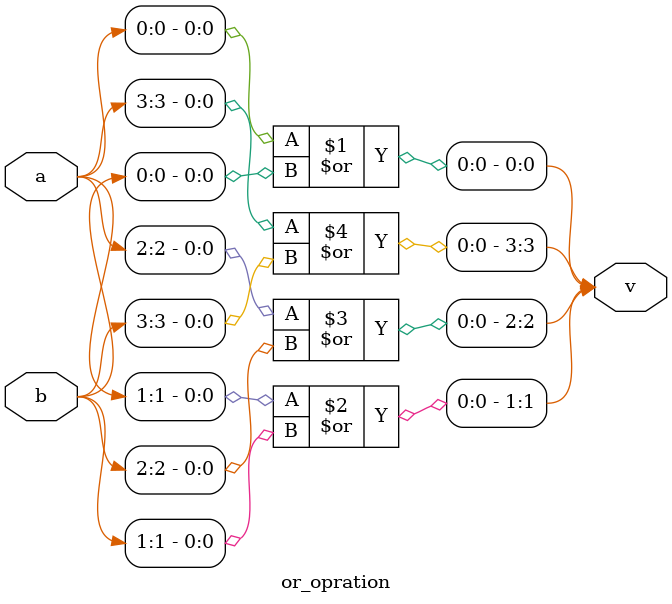
<source format=v>
`timescale 1ns / 1ps
module or_opration(v,a,b);
input [0:3]a;	
input [0:3]b;
output[0:3]v;
or(v[0],a[0],b[0]);
or(v[1],a[1],b[1]);
or(v[2],a[2],b[2]);
or(v[3],a[3],b[3]);
endmodule

</source>
